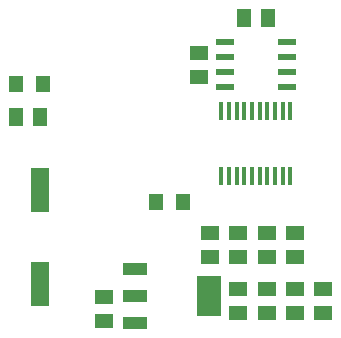
<source format=gbp>
G04 Layer_Color=128*
%FSLAX44Y44*%
%MOMM*%
G71*
G01*
G75*
%ADD24R,1.2700X1.6002*%
%ADD25R,1.5240X0.5080*%
%ADD26R,0.3000X1.6000*%
%ADD27R,1.2700X1.3970*%
%ADD28R,1.5000X3.7500*%
%ADD29R,2.1500X3.5000*%
%ADD30R,2.1500X1.1000*%
%ADD31R,2.1500X1.1000*%
%ADD32R,1.6002X1.2700*%
D24*
X231730Y287970D02*
D03*
X252050D02*
D03*
X59050Y203970D02*
D03*
X38730D02*
D03*
D25*
X267925Y267020D02*
D03*
Y254320D02*
D03*
Y241620D02*
D03*
Y228920D02*
D03*
X215855D02*
D03*
Y241620D02*
D03*
Y254320D02*
D03*
Y267020D02*
D03*
D26*
X271140Y153470D02*
D03*
X264640D02*
D03*
X258140D02*
D03*
X251640D02*
D03*
X245140D02*
D03*
X238640D02*
D03*
X232140D02*
D03*
X225640D02*
D03*
X219140D02*
D03*
X212640D02*
D03*
X271140Y208470D02*
D03*
X264640D02*
D03*
X258140D02*
D03*
X251640D02*
D03*
X245140D02*
D03*
X238640D02*
D03*
X232140D02*
D03*
X225640D02*
D03*
X219140D02*
D03*
X212640D02*
D03*
D27*
X157460Y131970D02*
D03*
X180320D02*
D03*
X61320Y231970D02*
D03*
X38460D02*
D03*
D28*
X58890Y141970D02*
D03*
Y61970D02*
D03*
D29*
X201890Y51970D02*
D03*
D30*
X139890Y74970D02*
D03*
Y28970D02*
D03*
D31*
Y51970D02*
D03*
D32*
X112890Y51130D02*
D03*
Y30810D02*
D03*
X226890Y58130D02*
D03*
Y37810D02*
D03*
X250890Y58130D02*
D03*
Y37810D02*
D03*
X274890Y105130D02*
D03*
Y84810D02*
D03*
X250890Y84810D02*
D03*
Y105130D02*
D03*
X274890Y58130D02*
D03*
Y37810D02*
D03*
X226890Y105130D02*
D03*
Y84810D02*
D03*
X193890Y258130D02*
D03*
Y237810D02*
D03*
X202890Y105130D02*
D03*
Y84810D02*
D03*
X298890Y58130D02*
D03*
Y37810D02*
D03*
M02*

</source>
